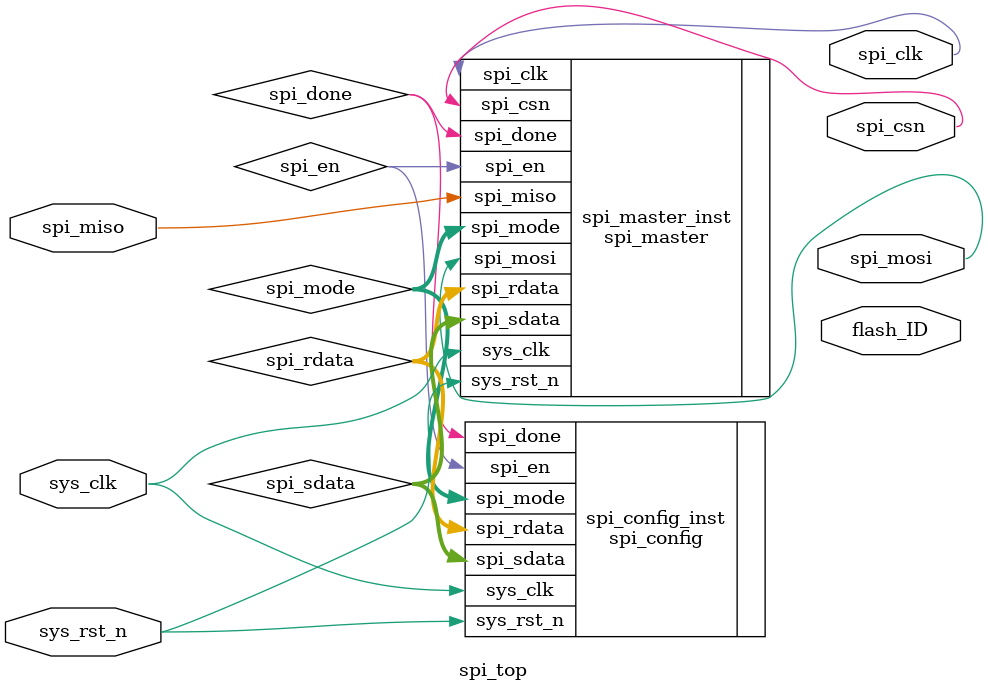
<source format=v>

module  spi_top(
        	//system signals
        input						sys_clk,//clock signal, 50M
        input                       sys_rst_n,//reset, active low 
        	//user

		output						spi_csn,
		output						spi_clk,
		output						spi_mosi,
		input						spi_miso,
		output		[7:0]			flash_ID

);

//========================================================================\
// =========== Define Parameter and Internal signals =========== 
//========================================================================/

wire			spi_en;
wire			spi_done;
wire	[1:0]	spi_mode;
wire	[15:0]	spi_sdata;
wire	[15:0]	spi_rdata;
//=============================================================================
//**************    Main Code   **************
//=============================================================================
spi_config	spi_config_inst(

.sys_clk     	(sys_clk), 
.sys_rst_n  	(sys_rst_n),  

.spi_done		(spi_done),    
.spi_rdata		(spi_rdata),  
.spi_en			(spi_en),      
.spi_sdata		(spi_sdata), 
.spi_mode		(spi_mode)
);


spi_master	spi_master_inst(
.sys_clk		(sys_clk),
.sys_rst_n		(sys_rst_n),    

.spi_en			(spi_en),   
.spi_mode		(spi_mode), 
.spi_sdata		(spi_sdata),
.spi_rdata		(spi_rdata),
.spi_done		(spi_done),

.spi_csn		(spi_csn),	
.spi_clk		(spi_clk),
.spi_mosi		(spi_mosi), 
.spi_miso		(spi_miso)

);

  

endmodule
</source>
